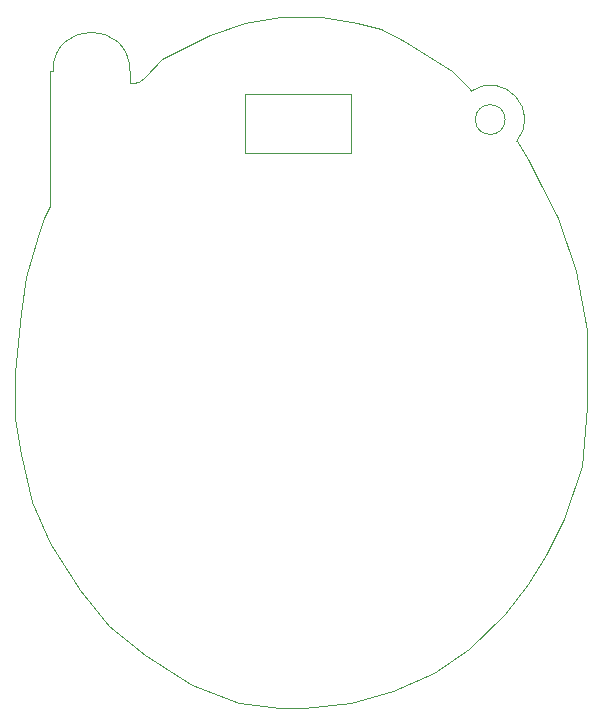
<source format=gbr>
%TF.GenerationSoftware,KiCad,Pcbnew,8.0.6*%
%TF.CreationDate,2025-01-13T20:16:21-05:00*%
%TF.ProjectId,TamaBadge,54616d61-4261-4646-9765-2e6b69636164,rev?*%
%TF.SameCoordinates,Original*%
%TF.FileFunction,Profile,NP*%
%FSLAX46Y46*%
G04 Gerber Fmt 4.6, Leading zero omitted, Abs format (unit mm)*
G04 Created by KiCad (PCBNEW 8.0.6) date 2025-01-13 20:16:21*
%MOMM*%
%LPD*%
G01*
G04 APERTURE LIST*
%TA.AperFunction,Profile*%
%ADD10C,0.050000*%
%TD*%
G04 APERTURE END LIST*
D10*
X111500000Y-108500000D02*
X120500000Y-108500000D01*
X120500000Y-113500000D01*
X111500000Y-113500000D01*
X111500000Y-108500000D01*
X93500000Y-143000000D02*
X92500000Y-139000000D01*
X116500000Y-160500000D02*
X114500000Y-160500000D01*
X101754505Y-107515165D02*
X102010173Y-107510173D01*
X95000000Y-106500000D02*
X95250000Y-106500000D01*
X121000000Y-102500000D02*
X123000000Y-103000000D01*
X106500000Y-104500000D02*
X108500000Y-103500000D01*
X137000000Y-147500000D02*
X135500000Y-150000000D01*
X124000000Y-159000000D02*
X120500000Y-160000000D01*
X118000000Y-102000000D02*
X121000000Y-102500000D01*
X114500000Y-160500000D02*
X111000000Y-160000000D01*
X135500000Y-150000000D02*
X133500000Y-152500000D01*
X108500000Y-103500000D02*
X111500000Y-102500000D01*
X140500000Y-128500000D02*
X140500000Y-135000000D01*
X94000000Y-120500000D02*
X94500000Y-119000000D01*
X123000000Y-103000000D02*
X125000000Y-104000000D01*
X92500000Y-139000000D02*
X92000000Y-136000000D01*
X127500000Y-157500000D02*
X124000000Y-159000000D01*
X93000000Y-124000000D02*
X94000000Y-120500000D01*
X134500000Y-112500000D02*
X135500000Y-114000000D01*
X129500000Y-107000000D02*
X130500000Y-108000000D01*
X101750000Y-106500000D02*
X101754505Y-107515165D01*
X97500000Y-150500000D02*
X95000000Y-146500000D01*
X102500000Y-107500000D02*
X103000000Y-107000000D01*
X102010173Y-107510173D02*
X102500000Y-107500000D01*
X107000000Y-158500000D02*
X103000000Y-156000000D01*
X133500000Y-152500000D02*
X130500000Y-155500000D01*
X95000000Y-146500000D02*
X93500000Y-143000000D01*
X95250000Y-106500000D02*
G75*
G02*
X101750000Y-106500000I3250000J0D01*
G01*
X104500000Y-105500000D02*
X106500000Y-104500000D01*
X92000000Y-132000000D02*
X92500000Y-127000000D01*
X136500000Y-116000000D02*
X138000000Y-119000000D01*
X120500000Y-160000000D02*
X116500000Y-160500000D01*
X94500000Y-119000000D02*
X95000000Y-118000000D01*
X129000000Y-106500000D02*
X129500000Y-107000000D01*
X95000000Y-118000000D02*
X95000000Y-111500000D01*
X133522489Y-110644645D02*
G75*
G02*
X131002833Y-110644645I-1259828J0D01*
G01*
X131002833Y-110644645D02*
G75*
G02*
X133522489Y-110644645I1259828J0D01*
G01*
X114500000Y-102000000D02*
X118000000Y-102000000D01*
X138500000Y-144500000D02*
X137000000Y-147500000D01*
X130500000Y-155500000D02*
X127500000Y-157500000D01*
X139500000Y-123500000D02*
X140500000Y-128500000D01*
X130650674Y-108226066D02*
G75*
G02*
X134499989Y-112499991I1612026J-2418534D01*
G01*
X111000000Y-160000000D02*
X107000000Y-158500000D01*
X111500000Y-102500000D02*
X114500000Y-102000000D01*
X130650674Y-108226066D02*
X130500000Y-108000000D01*
X100000000Y-153500000D02*
X97500000Y-150500000D01*
X92000000Y-136000000D02*
X92000000Y-132000000D01*
X103000000Y-156000000D02*
X100000000Y-153500000D01*
X92500000Y-127000000D02*
X93000000Y-124000000D01*
X140500000Y-135000000D02*
X140000000Y-140000000D01*
X140000000Y-140000000D02*
X138500000Y-144500000D01*
X135500000Y-114000000D02*
X136500000Y-116000000D01*
X125000000Y-104000000D02*
X129000000Y-106500000D01*
X138000000Y-119000000D02*
X139500000Y-123500000D01*
X95000000Y-111500000D02*
X95000000Y-106500000D01*
X103000000Y-107000000D02*
X104500000Y-105500000D01*
M02*

</source>
